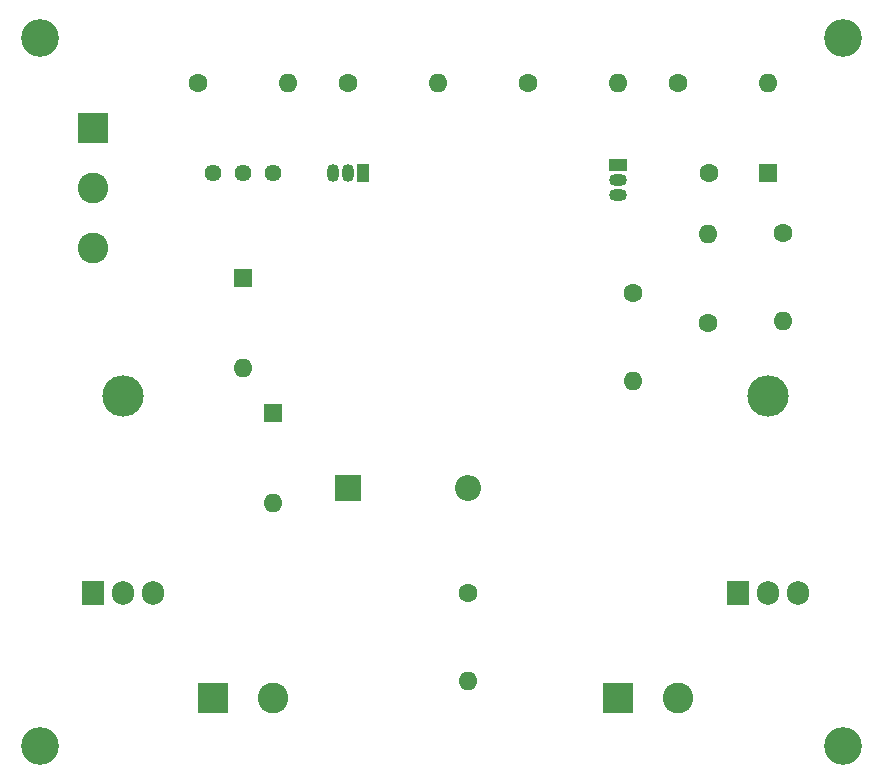
<source format=gbs>
%TF.GenerationSoftware,KiCad,Pcbnew,(5.1.8)-1*%
%TF.CreationDate,2021-07-02T06:17:22+02:00*%
%TF.ProjectId,Assignment2,41737369-676e-46d6-956e-74322e6b6963,rev?*%
%TF.SameCoordinates,Original*%
%TF.FileFunction,Soldermask,Bot*%
%TF.FilePolarity,Negative*%
%FSLAX46Y46*%
G04 Gerber Fmt 4.6, Leading zero omitted, Abs format (unit mm)*
G04 Created by KiCad (PCBNEW (5.1.8)-1) date 2021-07-02 06:17:22*
%MOMM*%
%LPD*%
G01*
G04 APERTURE LIST*
%ADD10O,1.905000X2.000000*%
%ADD11R,1.905000X2.000000*%
%ADD12O,3.500000X3.500000*%
%ADD13C,3.200000*%
%ADD14C,1.600000*%
%ADD15O,1.600000X1.600000*%
%ADD16R,1.600000X1.600000*%
%ADD17R,2.200000X2.200000*%
%ADD18O,2.200000X2.200000*%
%ADD19O,1.050000X1.500000*%
%ADD20R,1.050000X1.500000*%
%ADD21R,1.500000X1.050000*%
%ADD22O,1.500000X1.050000*%
%ADD23C,1.440000*%
%ADD24C,2.600000*%
%ADD25R,2.600000X2.600000*%
G04 APERTURE END LIST*
D10*
%TO.C,Q3*%
X88320000Y-88900000D03*
X85780000Y-88900000D03*
D11*
X83240000Y-88900000D03*
D12*
X85780000Y-72240000D03*
%TD*%
D10*
%TO.C,IC2*%
X142930000Y-88900000D03*
X140390000Y-88900000D03*
D11*
X137850000Y-88900000D03*
D12*
X140390000Y-72240000D03*
%TD*%
D13*
%TO.C,REF\u002A\u002A*%
X146740000Y-101910000D03*
%TD*%
%TO.C,REF\u002A\u002A*%
X78740000Y-101910000D03*
%TD*%
%TO.C,REF\u002A\u002A*%
X146740000Y-41910000D03*
%TD*%
%TO.C,REF\u002A\u002A*%
X78740000Y-41910000D03*
%TD*%
D14*
%TO.C,C3*%
X135310000Y-66040000D03*
D15*
X135310000Y-58540000D03*
%TD*%
D14*
%TO.C,C2*%
X128960000Y-63500000D03*
D15*
X128960000Y-71000000D03*
%TD*%
%TO.C,C1*%
X141660000Y-65920000D03*
D14*
X141660000Y-58420000D03*
%TD*%
D15*
%TO.C,C5*%
X114990000Y-96400000D03*
D14*
X114990000Y-88900000D03*
%TD*%
D16*
%TO.C,C4*%
X140390000Y-53340000D03*
D14*
X135390000Y-53340000D03*
%TD*%
D15*
%TO.C,D1*%
X98480000Y-81280000D03*
D16*
X98480000Y-73660000D03*
%TD*%
%TO.C,D2*%
X95940000Y-62230000D03*
D15*
X95940000Y-69850000D03*
%TD*%
D17*
%TO.C,D3*%
X104830000Y-80010000D03*
D18*
X114990000Y-80010000D03*
%TD*%
D19*
%TO.C,Q1*%
X104830000Y-53340000D03*
X103560000Y-53340000D03*
D20*
X106100000Y-53340000D03*
%TD*%
D21*
%TO.C,Q2*%
X127690000Y-52705000D03*
D22*
X127690000Y-55245000D03*
X127690000Y-53975000D03*
%TD*%
D14*
%TO.C,R2*%
X92130000Y-45720000D03*
D15*
X99750000Y-45720000D03*
%TD*%
%TO.C,R3*%
X112450000Y-45720000D03*
D14*
X104830000Y-45720000D03*
%TD*%
%TO.C,R4*%
X120070000Y-45720000D03*
D15*
X127690000Y-45720000D03*
%TD*%
%TO.C,R5*%
X140390000Y-45720000D03*
D14*
X132770000Y-45720000D03*
%TD*%
D23*
%TO.C,R1*%
X98480000Y-53340000D03*
X95940000Y-53340000D03*
X93400000Y-53340000D03*
%TD*%
D24*
%TO.C,Battery1*%
X132770000Y-97790000D03*
D25*
X127690000Y-97790000D03*
%TD*%
%TO.C,External_POT1*%
X83240000Y-49530000D03*
D24*
X83240000Y-54610000D03*
X83240000Y-59690000D03*
%TD*%
D25*
%TO.C,Motor1*%
X93400000Y-97790000D03*
D24*
X98480000Y-97790000D03*
%TD*%
M02*

</source>
